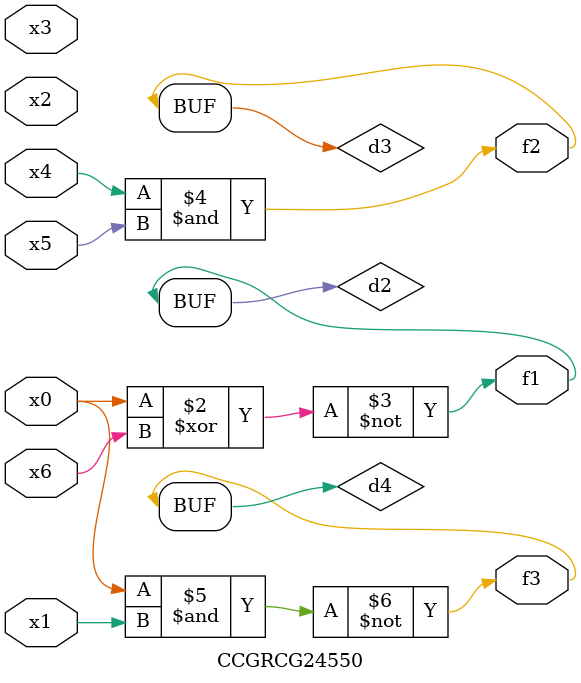
<source format=v>
module CCGRCG24550(
	input x0, x1, x2, x3, x4, x5, x6,
	output f1, f2, f3
);

	wire d1, d2, d3, d4;

	nor (d1, x0);
	xnor (d2, x0, x6);
	and (d3, x4, x5);
	nand (d4, x0, x1);
	assign f1 = d2;
	assign f2 = d3;
	assign f3 = d4;
endmodule

</source>
